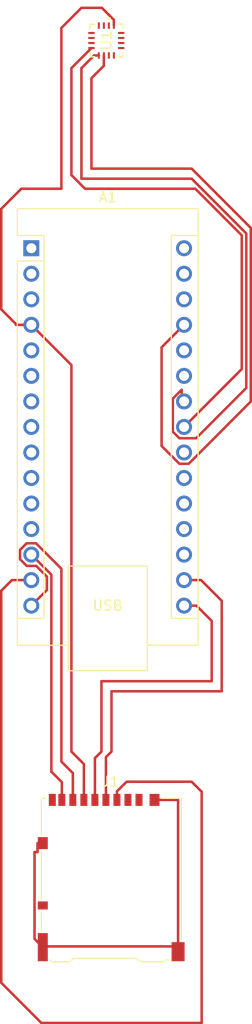
<source format=kicad_pcb>
(kicad_pcb (version 20221018) (generator pcbnew)
  (layers (0 "F.Cu" signal) (31 "B.Cu" signal) (34 "B.Paste" user) (35 "F.Paste" user) (36 "B.SilkS" user "B.Silkscreen") (37 "F.SilkS" user "F.Silkscreen") (38 "B.Mask" user) (39 "F.Mask" user) (44 "Edge.Cuts" user))
  (net 0 "")
  (net 26 "unconnected-(J1-SHIELD-Pad11)")
  (net 39 "Net-(A1-+5V)")
  (net 40 "Net-(A1-A5)")
  (net 41 "Net-(A1-A4)")
  (net 42 "Net-(A1-3V3)")
  (net 43 "Net-(A1-D13)")
  (net 44 "Net-(A1-D12)")
  (net 45 "Net-(A1-D11)")
  (net 46 "Net-(A1-D10)")
  (net 47 "Net-(J1-VSS)")
  (footprint "Module:Arduino_Nano" (layer "F.Cu") (at 78 65.92)
    (fp_text reference "A1" (at 7.62 -5.08) (layer "F.SilkS"))
    (fp_text value "rduino_Nano_v2.x")
    (fp_text user "USB" (at 7.62 35.56 unlocked) (layer "F.SilkS"))
    (fp_line (start -1.4 -3.94) (end -1.4 -1.27) (stroke (width 0.12)) (layer "F.SilkS"))
    (fp_line (start -1.4 1.27) (end -1.4 39.5) (stroke (width 0.12)) (layer "F.SilkS"))
    (fp_line (start -1.4 39.5) (end 3.68 39.5) (stroke (width 0.12)) (layer "F.SilkS"))
    (fp_line (start 1.27 -1.27) (end -1.4 -1.27) (stroke (width 0.12)) (layer "F.SilkS"))
    (fp_line (start 1.27 1.27) (end -1.4 1.27) (stroke (width 0.12)) (layer "F.SilkS"))
    (fp_line (start 1.27 1.27) (end 1.27 -1.27) (stroke (width 0.12)) (layer "F.SilkS"))
    (fp_line (start 1.27 1.27) (end 1.27 36.83) (stroke (width 0.12)) (layer "F.SilkS"))
    (fp_line (start 1.27 36.83) (end -1.4 36.83) (stroke (width 0.12)) (layer "F.SilkS"))
    (fp_line (start 3.68 31.62) (end 11.56 31.62) (stroke (width 0.12)) (layer "F.SilkS"))
    (fp_line (start 3.68 42.04) (end 3.68 31.62) (stroke (width 0.12)) (layer "F.SilkS"))
    (fp_line (start 11.56 31.62) (end 11.56 42.04) (stroke (width 0.12)) (layer "F.SilkS"))
    (fp_line (start 11.56 42.04) (end 3.68 42.04) (stroke (width 0.12)) (layer "F.SilkS"))
    (fp_line (start 13.97 -1.27) (end 13.97 36.83) (stroke (width 0.12)) (layer "F.SilkS"))
    (fp_line (start 13.97 -1.27) (end 16.64 -1.27) (stroke (width 0.12)) (layer "F.SilkS"))
    (fp_line (start 13.97 36.83) (end 16.64 36.83) (stroke (width 0.12)) (layer "F.SilkS"))
    (fp_line (start 16.64 -3.94) (end -1.4 -3.94) (stroke (width 0.12)) (layer "F.SilkS"))
    (fp_line (start 16.64 39.5) (end 11.56 39.5) (stroke (width 0.12)) (layer "F.SilkS"))
    (fp_line (start 16.64 39.5) (end 16.64 -3.94) (stroke (width 0.12)) (layer "F.SilkS"))
    (pad "1" thru_hole rect (at 0 0) (size 1.6 1.6) (drill 1) (layers "*.Cu" "*.Mask"))
    (pad "2" thru_hole oval (at 0 2.54) (size 1.6 1.6) (drill 1) (layers "*.Cu" "*.Mask"))
    (pad "3" thru_hole oval (at 0 5.08) (size 1.6 1.6) (drill 1) (layers "*.Cu" "*.Mask"))
    (pad "4" thru_hole oval (at 0 7.62) (size 1.6 1.6) (drill 1) (layers "*.Cu" "*.Mask") (net 47 "Net-(J1-VSS)"))
    (pad "5" thru_hole oval (at 0 10.16) (size 1.6 1.6) (drill 1) (layers "*.Cu" "*.Mask"))
    (pad "6" thru_hole oval (at 0 12.7) (size 1.6 1.6) (drill 1) (layers "*.Cu" "*.Mask"))
    (pad "7" thru_hole oval (at 0 15.24) (size 1.6 1.6) (drill 1) (layers "*.Cu" "*.Mask"))
    (pad "8" thru_hole oval (at 0 17.78) (size 1.6 1.6) (drill 1) (layers "*.Cu" "*.Mask"))
    (pad "9" thru_hole oval (at 0 20.32) (size 1.6 1.6) (drill 1) (layers "*.Cu" "*.Mask"))
    (pad "10" thru_hole oval (at 0 22.86) (size 1.6 1.6) (drill 1) (layers "*.Cu" "*.Mask"))
    (pad "11" thru_hole oval (at 0 25.4) (size 1.6 1.6) (drill 1) (layers "*.Cu" "*.Mask"))
    (pad "12" thru_hole oval (at 0 27.94) (size 1.6 1.6) (drill 1) (layers "*.Cu" "*.Mask"))
    (pad "13" thru_hole oval (at 0 30.48) (size 1.6 1.6) (drill 1) (layers "*.Cu" "*.Mask") (net 46 "Net-(A1-D10)"))
    (pad "14" thru_hole oval (at 0 33.02) (size 1.6 1.6) (drill 1) (layers "*.Cu" "*.Mask") (net 45 "Net-(A1-D11)"))
    (pad "15" thru_hole oval (at 0 35.56) (size 1.6 1.6) (drill 1) (layers "*.Cu" "*.Mask") (net 44 "Net-(A1-D12)"))
    (pad "16" thru_hole oval (at 15.24 35.56) (size 1.6 1.6) (drill 1) (layers "*.Cu" "*.Mask") (net 43 "Net-(A1-D13)"))
    (pad "17" thru_hole oval (at 15.24 33.02) (size 1.6 1.6) (drill 1) (layers "*.Cu" "*.Mask") (net 42 "Net-(A1-3V3)"))
    (pad "18" thru_hole oval (at 15.24 30.48) (size 1.6 1.6) (drill 1) (layers "*.Cu" "*.Mask"))
    (pad "19" thru_hole oval (at 15.24 27.94) (size 1.6 1.6) (drill 1) (layers "*.Cu" "*.Mask"))
    (pad "20" thru_hole oval (at 15.24 25.4) (size 1.6 1.6) (drill 1) (layers "*.Cu" "*.Mask"))
    (pad "21" thru_hole oval (at 15.24 22.86) (size 1.6 1.6) (drill 1) (layers "*.Cu" "*.Mask"))
    (pad "22" thru_hole oval (at 15.24 20.32) (size 1.6 1.6) (drill 1) (layers "*.Cu" "*.Mask"))
    (pad "23" thru_hole oval (at 15.24 17.78) (size 1.6 1.6) (drill 1) (layers "*.Cu" "*.Mask") (net 41 "Net-(A1-A4)"))
    (pad "24" thru_hole oval (at 15.24 15.24) (size 1.6 1.6) (drill 1) (layers "*.Cu" "*.Mask") (net 40 "Net-(A1-A5)"))
    (pad "25" thru_hole oval (at 15.24 12.7) (size 1.6 1.6) (drill 1) (layers "*.Cu" "*.Mask"))
    (pad "26" thru_hole oval (at 15.24 10.16) (size 1.6 1.6) (drill 1) (layers "*.Cu" "*.Mask"))
    (pad "27" thru_hole oval (at 15.24 7.62) (size 1.6 1.6) (drill 1) (layers "*.Cu" "*.Mask") (net 39 "Net-(A1-+5V)"))
    (pad "28" thru_hole oval (at 15.24 5.08) (size 1.6 1.6) (drill 1) (layers "*.Cu" "*.Mask"))
    (pad "29" thru_hole oval (at 15.24 2.54) (size 1.6 1.6) (drill 1) (layers "*.Cu" "*.Mask"))
    (pad "30" thru_hole oval (at 15.24 0) (size 1.6 1.6) (drill 1) (layers "*.Cu" "*.Mask"))
  )
  (footprint "HMC5883L:LPCC16_HNW" (layer "F.Cu") (at 85.4859 45.25 90)
    (fp_text reference "U1" (at 0 0 90 unlocked) (layer "F.SilkS"))
    (fp_text value "HMC5883L")
    (fp_line (start -1.6256 -1.6256) (end -1.6256 -1.184341) (stroke (width 0.1524)) (layer "F.SilkS"))
    (fp_line (start -1.6256 1.184341) (end -1.6256 1.6256) (stroke (width 0.1524)) (layer "F.SilkS"))
    (fp_line (start -1.6256 1.6256) (end -1.184341 1.6256) (stroke (width 0.1524)) (layer "F.SilkS"))
    (fp_line (start -1.184341 -1.6256) (end -1.6256 -1.6256) (stroke (width 0.1524)) (layer "F.SilkS"))
    (fp_line (start 1.184341 1.6256) (end 1.6256 1.6256) (stroke (width 0.1524)) (layer "F.SilkS"))
    (fp_line (start 1.6256 -1.6256) (end 1.184341 -1.6256) (stroke (width 0.1524)) (layer "F.SilkS"))
    (fp_line (start 1.6256 -1.184341) (end 1.6256 -1.6256) (stroke (width 0.1524)) (layer "F.SilkS"))
    (fp_line (start 1.6256 1.6256) (end 1.6256 1.184341) (stroke (width 0.1524)) (layer "F.SilkS"))
    (fp_poly (pts (xy 2.3114 0.059499) (xy 2.3114 0.4405) (xy 2.0574 0.4405) (xy 2.0574 0.059499)) (fill solid) (layer "F.SilkS"))
    (pad "1" smd rect (at -1.4859 -0.750001 180) (size 0.2032 0.635) (layers "F.Cu" "F.Paste" "F.Mask") (net 40 "Net-(A1-A5)"))
    (pad "2" smd rect (at -1.4859 -0.25 180) (size 0.2032 0.635) (layers "F.Cu" "F.Paste" "F.Mask") (net 39 "Net-(A1-+5V)"))
    (pad "3" smd rect (at -1.4859 0.25 180) (size 0.2032 0.635) (layers "F.Cu" "F.Paste" "F.Mask"))
    (pad "4" smd rect (at -1.4859 0.750001 180) (size 0.2032 0.635) (layers "F.Cu" "F.Paste" "F.Mask"))
    (pad "5" smd rect (at -0.750001 1.4859 90) (size 0.2032 0.635) (layers "F.Cu" "F.Paste" "F.Mask"))
    (pad "6" smd rect (at -0.25 1.4859 90) (size 0.2032 0.635) (layers "F.Cu" "F.Paste" "F.Mask"))
    (pad "7" smd rect (at 0.25 1.4859 90) (size 0.2032 0.635) (layers "F.Cu" "F.Paste" "F.Mask"))
    (pad "8" smd rect (at 0.750001 1.4859 90) (size 0.2032 0.635) (layers "F.Cu" "F.Paste" "F.Mask"))
    (pad "9" smd rect (at 1.4859 0.750001 180) (size 0.2032 0.635) (layers "F.Cu" "F.Paste" "F.Mask") (net 47 "Net-(J1-VSS)"))
    (pad "10" smd rect (at 1.4859 0.25 180) (size 0.2032 0.635) (layers "F.Cu" "F.Paste" "F.Mask"))
    (pad "11" smd rect (at 1.4859 -0.25 180) (size 0.2032 0.635) (layers "F.Cu" "F.Paste" "F.Mask"))
    (pad "12" smd rect (at 1.4859 -0.750001 180) (size 0.2032 0.635) (layers "F.Cu" "F.Paste" "F.Mask"))
    (pad "13" smd rect (at 0.750001 -1.4859 90) (size 0.2032 0.635) (layers "F.Cu" "F.Paste" "F.Mask"))
    (pad "14" smd rect (at 0.25 -1.4859 90) (size 0.2032 0.635) (layers "F.Cu" "F.Paste" "F.Mask"))
    (pad "15" smd rect (at -0.25 -1.4859 90) (size 0.2032 0.635) (layers "F.Cu" "F.Paste" "F.Mask"))
    (pad "16" smd rect (at -0.750001 -1.4859 90) (size 0.2032 0.635) (layers "F.Cu" "F.Paste" "F.Mask") (net 41 "Net-(A1-A4)"))
  )
  (footprint "Connector_Card:microSD_HC_Hirose_DM3AT-SF-PEJM5" (layer "F.Cu") (at 85.97 128.535)
    (fp_text reference "J1" (at -0.075 -9.525) (layer "F.SilkS"))
    (fp_text value "Micro_SD_Card_Det2")
    (fp_line (start -6.975 -7.885) (end -6.975 -4.275) (stroke (width 0.12)) (layer "F.SilkS"))
    (fp_line (start -6.975 -2.575) (end -6.975 2.125) (stroke (width 0.12)) (layer "F.SilkS"))
    (fp_line (start -6.975 3.425) (end -6.975 5.225) (stroke (width 0.12)) (layer "F.SilkS"))
    (fp_line (start -6.525 -7.885) (end -6.975 -7.885) (stroke (width 0.12)) (layer "F.SilkS"))
    (fp_line (start -5.945 8.385) (end -6.145 8.185) (stroke (width 0.12)) (layer "F.SilkS"))
    (fp_line (start -5.945 8.385) (end -4.085 8.385) (stroke (width 0.12)) (layer "F.SilkS"))
    (fp_line (start -4.085 8.385) (end -3.875 8.185) (stroke (width 0.12)) (layer "F.SilkS"))
    (fp_line (start -3.875 8.035) (end -3.875 8.185) (stroke (width 0.12)) (layer "F.SilkS"))
    (fp_line (start -3.875 8.035) (end 2.495 8.035) (stroke (width 0.12)) (layer "F.SilkS"))
    (fp_line (start 3.005 8.385) (end 2.495 8.035) (stroke (width 0.12)) (layer "F.SilkS"))
    (fp_line (start 5.075 -7.885) (end 6.995 -7.885) (stroke (width 0.12)) (layer "F.SilkS"))
    (fp_line (start 5.315 8.385) (end 3.005 8.385) (stroke (width 0.12)) (layer "F.SilkS"))
    (fp_line (start 5.315 8.385) (end 5.515 8.185) (stroke (width 0.12)) (layer "F.SilkS"))
    (fp_line (start 5.515 8.185) (end 5.775 8.185) (stroke (width 0.12)) (layer "F.SilkS"))
    (fp_line (start 6.995 -7.885) (end 6.995 6.125) (stroke (width 0.12)) (layer "F.SilkS"))
    (pad "1" smd rect (at 2.775 -7.725) (size 0.7 1.2) (layers "F.Cu" "F.Paste" "F.Mask"))
    (pad "2" smd rect (at 1.675 -7.725) (size 0.7 1.2) (layers "F.Cu" "F.Paste" "F.Mask"))
    (pad "3" smd rect (at 0.575 -7.725) (size 0.7 1.2) (layers "F.Cu" "F.Paste" "F.Mask") (net 45 "Net-(A1-D11)"))
    (pad "4" smd rect (at -0.525 -7.725) (size 0.7 1.2) (layers "F.Cu" "F.Paste" "F.Mask") (net 42 "Net-(A1-3V3)"))
    (pad "5" smd rect (at -1.625 -7.725) (size 0.7 1.2) (layers "F.Cu" "F.Paste" "F.Mask") (net 43 "Net-(A1-D13)"))
    (pad "6" smd rect (at -2.725 -7.725) (size 0.7 1.2) (layers "F.Cu" "F.Paste" "F.Mask") (net 47 "Net-(J1-VSS)"))
    (pad "7" smd rect (at -3.825 -7.725) (size 0.7 1.2) (layers "F.Cu" "F.Paste" "F.Mask") (net 44 "Net-(A1-D12)"))
    (pad "8" smd rect (at -4.925 -7.725) (size 0.7 1.2) (layers "F.Cu" "F.Paste" "F.Mask") (net 46 "Net-(A1-D10)"))
    (pad "9" smd rect (at -5.875 -7.725) (size 0.7 1.2) (layers "F.Cu" "F.Paste" "F.Mask"))
    (pad "10" smd rect (at -6.825 2.775) (size 1 0.8) (layers "F.Cu" "F.Paste" "F.Mask"))
    (pad "11" smd rect (at -6.825 -3.425) (size 1 1.2) (layers "F.Cu" "F.Paste" "F.Mask") (net 26 "unconnected-(J1-SHIELD-Pad11)"))
    (pad "11" smd rect (at -6.825 6.925) (size 1 2.8) (layers "F.Cu" "F.Paste" "F.Mask") (net 26 "unconnected-(J1-SHIELD-Pad11)"))
    (pad "11" smd rect (at 4.325 -7.725) (size 1 1.2) (layers "F.Cu" "F.Paste" "F.Mask") (net 26 "unconnected-(J1-SHIELD-Pad11)"))
    (pad "11" smd rect (at 6.675 7.375) (size 1.3 1.9) (layers "F.Cu" "F.Paste" "F.Mask") (net 26 "unconnected-(J1-SHIELD-Pad11)"))
  )
  (segment (start 78.62 125.11) (end 79.145 125.11) (width 0.25) (layer "F.Cu") (net 26))
  (segment (start 78.62 126) (end 78.62 125.11) (width 0.25) (layer "F.Cu") (net 26))
  (segment (start 79.145 135.46) (end 78.32 134.635) (width 0.25) (layer "F.Cu") (net 26))
  (segment (start 92.12 135.385) (end 79.145 135.385) (width 0.25) (layer "F.Cu") (net 26))
  (segment (start 92.645 135.91) (end 92.12 135.385) (width 0.25) (layer "F.Cu") (net 26))
  (segment (start 79.145 135.385) (end 79.145 135.46) (width 0.25) (layer "F.Cu") (net 26))
  (segment (start 78.32 126) (end 78.62 126) (width 0.25) (layer "F.Cu") (net 26))
  (segment (start 90.295 120.81) (end 92.645 120.81) (width 0.25) (layer "F.Cu") (net 26))
  (segment (start 92.645 120.81) (end 92.645 135.91) (width 0.25) (layer "F.Cu") (net 26))
  (segment (start 78.32 134.635) (end 78.32 126) (width 0.25) (layer "F.Cu") (net 26))
  (segment (start 85.2359 46.7359) (end 85.2359 47.7641) (width 0.25) (layer "F.Cu") (net 39))
  (segment (start 91 85.590991) (end 91 75.78) (width 0.25) (layer "F.Cu") (net 39))
  (segment (start 94 58) (end 99.9 63.9) (width 0.25) (layer "F.Cu") (net 39))
  (segment (start 85.2359 47.7641) (end 84 49) (width 0.25) (layer "F.Cu") (net 39))
  (segment (start 92.774009 87.365) (end 91 85.590991) (width 0.25) (layer "F.Cu") (net 39))
  (segment (start 84 49) (end 84 58) (width 0.25) (layer "F.Cu") (net 39))
  (segment (start 99.9 81.170991) (end 93.705991 87.365) (width 0.25) (layer "F.Cu") (net 39))
  (segment (start 99.9 63.9) (end 99.9 81.170991) (width 0.25) (layer "F.Cu") (net 39))
  (segment (start 91 75.78) (end 93.24 73.54) (width 0.25) (layer "F.Cu") (net 39))
  (segment (start 84 58) (end 94 58) (width 0.25) (layer "F.Cu") (net 39))
  (segment (start 93.705991 87.365) (end 92.774009 87.365) (width 0.25) (layer "F.Cu") (net 39))
  (segment (start 84.2641 46.7359) (end 83 48) (width 0.25) (layer "F.Cu") (net 40))
  (segment (start 92.774009 84.825) (end 92.115 84.165991) (width 0.25) (layer "F.Cu") (net 40))
  (segment (start 92.115 80.885) (end 93 80) (width 0.25) (layer "F.Cu") (net 40))
  (segment (start 92.115 84.165991) (end 92.115 80.885) (width 0.25) (layer "F.Cu") (net 40))
  (segment (start 93 80) (end 93 80.92) (width 0.25) (layer "F.Cu") (net 40))
  (segment (start 83 48) (end 83 59) (width 0.25) (layer "F.Cu") (net 40))
  (segment (start 99.45 64.45) (end 99.45 79.822792) (width 0.25) (layer "F.Cu") (net 40))
  (segment (start 93 80.92) (end 93.24 81.16) (width 0.25) (layer "F.Cu") (net 40))
  (segment (start 84.735899 46.7359) (end 84.2641 46.7359) (width 0.25) (layer "F.Cu") (net 40))
  (segment (start 94.447792 84.825) (end 92.774009 84.825) (width 0.25) (layer "F.Cu") (net 40))
  (segment (start 99.45 79.822792) (end 94.447792 84.825) (width 0.25) (layer "F.Cu") (net 40))
  (segment (start 94 59) (end 99.45 64.45) (width 0.25) (layer "F.Cu") (net 40))
  (segment (start 83 59) (end 94 59) (width 0.25) (layer "F.Cu") (net 40))
  (segment (start 82 48) (end 82 58.636396) (width 0.25) (layer "F.Cu") (net 41))
  (segment (start 99 64.636396) (end 99 77.94) (width 0.25) (layer "F.Cu") (net 41))
  (segment (start 94.363604 60) (end 99 64.636396) (width 0.25) (layer "F.Cu") (net 41))
  (segment (start 99 77.94) (end 93.24 83.7) (width 0.25) (layer "F.Cu") (net 41))
  (segment (start 82 58.636396) (end 83.363604 60) (width 0.25) (layer "F.Cu") (net 41))
  (segment (start 83.363604 60) (end 94.363604 60) (width 0.25) (layer "F.Cu") (net 41))
  (segment (start 84 46.000001) (end 82 48) (width 0.25) (layer "F.Cu") (net 41))
  (segment (start 86 116) (end 85.445 116.555) (width 0.25) (layer "F.Cu") (net 42))
  (segment (start 94.94 98.94) (end 97 101) (width 0.25) (layer "F.Cu") (net 42))
  (segment (start 86 110) (end 86 116) (width 0.25) (layer "F.Cu") (net 42))
  (segment (start 85.445 116.555) (end 85.445 120.81) (width 0.25) (layer "F.Cu") (net 42))
  (segment (start 93.24 98.94) (end 94.94 98.94) (width 0.25) (layer "F.Cu") (net 42))
  (segment (start 97 110) (end 86 110) (width 0.25) (layer "F.Cu") (net 42))
  (segment (start 97 101) (end 97 110) (width 0.25) (layer "F.Cu") (net 42))
  (segment (start 85 109) (end 96 109) (width 0.25) (layer "F.Cu") (net 43))
  (segment (start 84.345 120.81) (end 84.345 116.655) (width 0.25) (layer "F.Cu") (net 43))
  (segment (start 85 116) (end 85 109) (width 0.25) (layer "F.Cu") (net 43))
  (segment (start 94.48 101.48) (end 96 103) (width 0.25) (layer "F.Cu") (net 43))
  (segment (start 84.345 116.655) (end 85 116) (width 0.25) (layer "F.Cu") (net 43))
  (segment (start 93.24 101.48) (end 94.48 101.48) (width 0.25) (layer "F.Cu") (net 43))
  (segment (start 96 109) (end 96 103) (width 0.25) (layer "F.Cu") (net 43))
  (segment (start 79.55 99.93) (end 78 101.48) (width 0.25) (layer "F.Cu") (net 44))
  (segment (start 81 97.809009) (end 78.465991 95.275) (width 0.25) (layer "F.Cu") (net 44))
  (segment (start 81 117) (end 81 97.809009) (width 0.25) (layer "F.Cu") (net 44))
  (segment (start 77.534009 95.275) (end 76.875 95.934009) (width 0.25) (layer "F.Cu") (net 44))
  (segment (start 82.145 120.81) (end 82.145 118.145) (width 0.25) (layer "F.Cu") (net 44))
  (segment (start 77.534009 97.525) (end 78.488604 97.525) (width 0.25) (layer "F.Cu") (net 44))
  (segment (start 76.875 96.865991) (end 77.534009 97.525) (width 0.25) (layer "F.Cu") (net 44))
  (segment (start 76.875 95.934009) (end 76.875 96.865991) (width 0.25) (layer "F.Cu") (net 44))
  (segment (start 82.145 118.145) (end 81 117) (width 0.25) (layer "F.Cu") (net 44))
  (segment (start 78.465991 95.275) (end 77.534009 95.275) (width 0.25) (layer "F.Cu") (net 44))
  (segment (start 78.488604 97.525) (end 79.55 98.586396) (width 0.25) (layer "F.Cu") (net 44))
  (segment (start 79.55 98.586396) (end 79.55 99.93) (width 0.25) (layer "F.Cu") (net 44))
  (segment (start 75 100) (end 76.06 98.94) (width 0.25) (layer "F.Cu") (net 45))
  (segment (start 78 98.94) (end 78 99) (width 0.25) (layer "F.Cu") (net 45))
  (segment (start 75 100) (end 75 139) (width 0.25) (layer "F.Cu") (net 45))
  (segment (start 87.505 119) (end 86.545 119.96) (width 0.25) (layer "F.Cu") (net 45))
  (segment (start 94 119) (end 87.505 119) (width 0.25) (layer "F.Cu") (net 45))
  (segment (start 95 143) (end 95 120) (width 0.25) (layer "F.Cu") (net 45))
  (segment (start 95 120) (end 94 119) (width 0.25) (layer "F.Cu") (net 45))
  (segment (start 86.545 119.96) (end 86.545 120.81) (width 0.25) (layer "F.Cu") (net 45))
  (segment (start 76.06 98.94) (end 78 98.94) (width 0.25) (layer "F.Cu") (net 45))
  (segment (start 75 139) (end 79 143) (width 0.25) (layer "F.Cu") (net 45))
  (segment (start 79 143) (end 95 143) (width 0.25) (layer "F.Cu") (net 45))
  (segment (start 81.045 120.81) (end 81.045 119.045) (width 0.25) (layer "F.Cu") (net 46))
  (segment (start 81.045 119.045) (end 80 118) (width 0.25) (layer "F.Cu") (net 46))
  (segment (start 80 98.4) (end 78 96.4) (width 0.25) (layer "F.Cu") (net 46))
  (segment (start 80 118) (end 80 98.4) (width 0.25) (layer "F.Cu") (net 46))
  (segment (start 83.245 117.245) (end 82 116) (width 0.25) (layer "F.Cu") (net 47))
  (segment (start 82 77.54) (end 78 73.54) (width 0.25) (layer "F.Cu") (net 47))
  (segment (start 75 72) (end 76.54 73.54) (width 0.25) (layer "F.Cu") (net 47))
  (segment (start 76.54 73.54) (end 78 73.54) (width 0.25) (layer "F.Cu") (net 47))
  (segment (start 83 42) (end 81 44) (width 0.25) (layer "F.Cu") (net 47))
  (segment (start 81 44) (end 81 60) (width 0.25) (layer "F.Cu") (net 47))
  (segment (start 75 62) (end 75 72) (width 0.25) (layer "F.Cu") (net 47))
  (segment (start 78 73.54) (end 76.46 73.54) (width 0.25) (layer "F.Cu") (net 47))
  (segment (start 86.235901 43.7641) (end 86.235901 43.195001) (width 0.25) (layer "F.Cu") (net 47))
  (segment (start 81 60) (end 77 60) (width 0.25) (layer "F.Cu") (net 47))
  (segment (start 86.235901 43.195001) (end 85.0409 42) (width 0.25) (layer "F.Cu") (net 47))
  (segment (start 85.0409 42) (end 83 42) (width 0.25) (layer "F.Cu") (net 47))
  (segment (start 83.245 120.81) (end 83.245 117.245) (width 0.25) (layer "F.Cu") (net 47))
  (segment (start 82 116) (end 82 77.54) (width 0.25) (layer "F.Cu") (net 47))
  (segment (start 77 60) (end 75 62) (width 0.25) (layer "F.Cu") (net 47))
)
</source>
